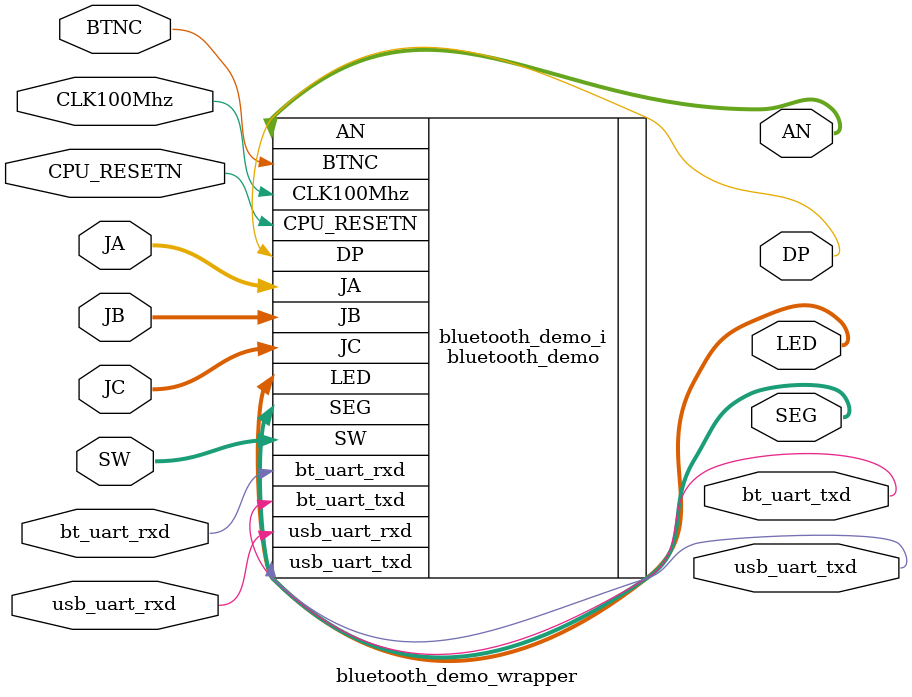
<source format=v>
`timescale 1 ps / 1 ps

module bluetooth_demo_wrapper
   (AN,
    BTNC,
    CLK100Mhz,
    CPU_RESETN,
    DP,
    JA,
    JB,
    JC,
    LED,
    SEG,
    SW,
    bt_uart_rxd,
    bt_uart_txd,
    usb_uart_rxd,
    usb_uart_txd);
  output [7:0]AN;
  input BTNC;
  input CLK100Mhz;
  input CPU_RESETN;
  output DP;
  inout [5:1]JA;
  inout [5:1]JB;
  inout [5:1]JC;
  output [2:0]LED;
  output [6:0]SEG;
  input [3:0]SW;
  input bt_uart_rxd;
  output bt_uart_txd;
  input usb_uart_rxd;
  output usb_uart_txd;

  wire [7:0]AN;
  wire BTNC;
  wire CLK100Mhz;
  wire CPU_RESETN;
  wire DP;
  wire [5:1]JA;
  wire [5:1]JB;
  wire [5:1]JC;
  wire [2:0]LED;
  wire [6:0]SEG;
  wire [3:0]SW;
  wire bt_uart_rxd;
  wire bt_uart_txd;
  wire usb_uart_rxd;
  wire usb_uart_txd;

  bluetooth_demo bluetooth_demo_i
       (.AN(AN),
        .BTNC(BTNC),
        .CLK100Mhz(CLK100Mhz),
        .CPU_RESETN(CPU_RESETN),
        .DP(DP),
        .JA(JA),
        .JB(JB),
        .JC(JC),
        .LED(LED),
        .SEG(SEG),
        .SW(SW),
        .bt_uart_rxd(bt_uart_rxd),
        .bt_uart_txd(bt_uart_txd),
        .usb_uart_rxd(usb_uart_rxd),
        .usb_uart_txd(usb_uart_txd));
endmodule

</source>
